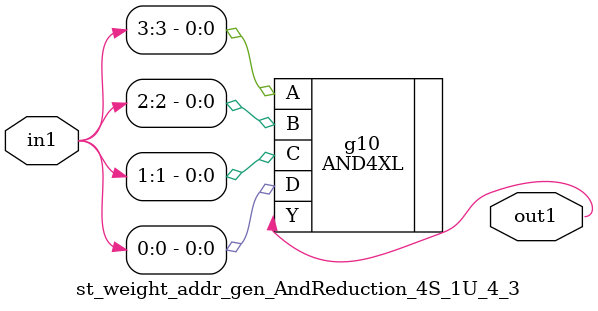
<source format=v>
`timescale 1ps / 1ps


module st_weight_addr_gen_AndReduction_4S_1U_4_3(in1, out1);
  input [3:0] in1;
  output out1;
  wire [3:0] in1;
  wire out1;
  AND4XL g10(.A (in1[3]), .B (in1[2]), .C (in1[1]), .D (in1[0]), .Y
       (out1));
endmodule



</source>
